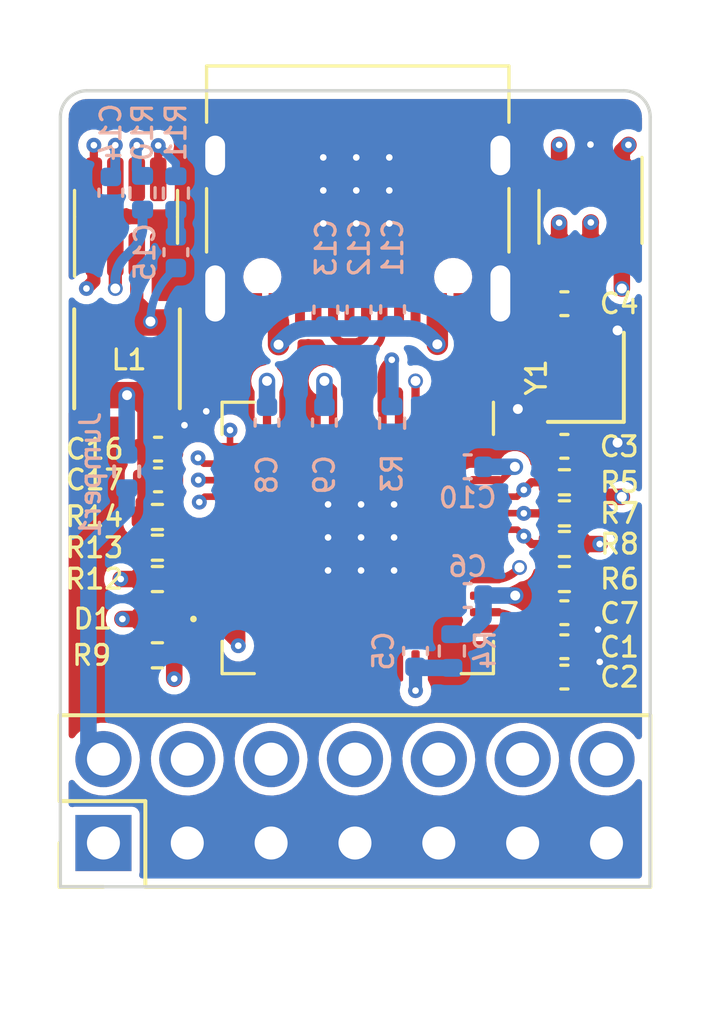
<source format=kicad_pcb>
(kicad_pcb (version 20211014) (generator pcbnew)
  (layers (0 "F.Cu" signal) (1 "In1.Cu" signal) (2 "In2.Cu" signal) (31 "B.Cu" signal) (34 "B.Paste" user) (35 "F.Paste" user) (36 "B.SilkS" user "B.Silkscreen") (37 "F.SilkS" user "F.Silkscreen") (38 "B.Mask" user) (39 "F.Mask" user) (44 "Edge.Cuts" user))
  (net 0 "")
  (net 1 "VSS")
  (net 3 "RESET")
  (net 4 "+3V3")
  (net 6 "VBUS")
  (net 7 "Net-(C14-Pad1)")
  (net 8 "Net-(C15-Pad1)")
  (net 9 "Net-(C15-Pad2)")
  (net 10 "3.3V")
  (net 11 "Net-(D1-Pad2)")
  (net 13 "DP")
  (net 14 "DM")
  (net 16 "TDI")
  (net 17 "TDO")
  (net 18 "TCK")
  (net 19 "TMS")
  (net 20 "EEP_CS")
  (net 21 "Net-(R6-Pad2)")
  (net 22 "EEP_CLK")
  (net 23 "EEP_D")
  (net 24 "Net-(R10-Pad1)")
  (net 25 "Net-(R11-Pad2)")
  (net 26 "Net-(R12-Pad1)")
  (net 27 "Net-(R12-Pad2)")
  (net 42 "Net-(C1-Pad1)")
  (net 43 "Net-(C2-Pad1)")
  (net 44 "Net-(C3-Pad2)")
  (net 45 "Net-(C4-Pad2)")
  (net 46 "Net-(R3-Pad1)")
  (net 50 "Net-(J2-Pad2)")
  (footprint "Capacitor_SMD:C_0402_1005Metric" (layer "F.Cu") (at 148.23 82.85)
    (fp_text reference "C1" (at 1.67 0.01) (layer "F.SilkS") (effects (font (size 0.6 0.6) (thickness 0.1))))
    (fp_text value "0.1uF")
    (pad "1" smd roundrect locked (at -0.48 0) (size 0.56 0.62) (layers "F.Cu" "F.Paste" "F.Mask") (net 42 "Net-(C1-Pad1)"))
    (pad "2" smd roundrect locked (at 0.48 0) (size 0.56 0.62) (layers "F.Cu" "F.Paste" "F.Mask") (net 1 "VSS"))
  )
  (footprint "Resistor_SMD:R_0402_1005Metric" (layer "F.Cu") (at 148.23 77.87 180)
    (fp_text reference "R5" (at -1.67 0) (layer "F.SilkS") (effects (font (size 0.6 0.6) (thickness 0.1))))
    (fp_text value "10K")
    (pad "1" smd roundrect locked (at -0.51 0 180) (size 0.54 0.64) (layers "F.Cu" "F.Paste" "F.Mask") (net 4 "+3V3"))
    (pad "2" smd roundrect locked (at 0.51 0 180) (size 0.54 0.64) (layers "F.Cu" "F.Paste" "F.Mask") (net 20 "EEP_CS"))
  )
  (footprint "Connector_USB:USB_C_Receptacle_XKB_U262-16XN-4BVC11" (layer "F.Cu") (at 141.97 69.045001 180)
    (fp_text reference "J1" hide)
    (fp_text value "USB-C16PSMT01")
    (pad "" np_thru_hole circle locked (at -2.89 -2.605 180) (size 0.65 0.65) (drill 0.65) (layers *.Cu *.Mask))
    (pad "" np_thru_hole circle locked (at 2.89 -2.605 180) (size 0.65 0.65) (drill 0.65) (layers *.Cu *.Mask))
    (pad "A1" smd rect locked (at -3.35 -3.67 180) (size 0.3 1.15) (layers "F.Cu" "F.Paste" "F.Mask") (net 1 "VSS"))
    (pad "A4" smd rect locked (at -2.55 -3.67 180) (size 0.3 1.15) (layers "F.Cu" "F.Paste" "F.Mask") (net 6 "VBUS"))
    (pad "A5" smd rect locked (at -1.25 -3.67 180) (size 0.3 1.15) (layers "F.Cu" "F.Paste" "F.Mask"))
    (pad "A6" smd rect locked (at -0.25 -3.67 180) (size 0.3 1.15) (layers "F.Cu" "F.Paste" "F.Mask") (net 13 "DP"))
    (pad "A7" smd rect locked (at 0.25 -3.67 180) (size 0.3 1.15) (layers "F.Cu" "F.Paste" "F.Mask") (net 14 "DM"))
    (pad "A8" smd rect locked (at 1.25 -3.67 180) (size 0.3 1.15) (layers "F.Cu" "F.Paste" "F.Mask"))
    (pad "A9" smd rect locked (at 2.55 -3.67 180) (size 0.3 1.15) (layers "F.Cu" "F.Paste" "F.Mask") (net 6 "VBUS"))
    (pad "A12" smd rect locked (at 3.35 -3.67 180) (size 0.3 1.15) (layers "F.Cu" "F.Paste" "F.Mask") (net 1 "VSS"))
    (pad "B1" smd rect locked (at 3.05 -3.67 180) (size 0.3 1.15) (layers "F.Cu" "F.Paste" "F.Mask") (net 1 "VSS"))
    (pad "B4" smd rect locked (at 2.25 -3.67 180) (size 0.3 1.15) (layers "F.Cu" "F.Paste" "F.Mask") (net 6 "VBUS"))
    (pad "B5" smd rect locked (at 1.75 -3.67 180) (size 0.3 1.15) (layers "F.Cu" "F.Paste" "F.Mask"))
    (pad "B6" smd rect locked (at 0.75 -3.67 180) (size 0.3 1.15) (layers "F.Cu" "F.Paste" "F.Mask") (net 13 "DP"))
    (pad "B7" smd rect locked (at -0.75 -3.67 180) (size 0.3 1.15) (layers "F.Cu" "F.Paste" "F.Mask") (net 14 "DM"))
    (pad "B8" smd rect locked (at -1.75 -3.67 180) (size 0.3 1.15) (layers "F.Cu" "F.Paste" "F.Mask"))
    (pad "B9" smd rect locked (at -2.25 -3.67 180) (size 0.3 1.15) (layers "F.Cu" "F.Paste" "F.Mask") (net 6 "VBUS"))
    (pad "B12" smd rect locked (at -3.05 -3.67 180) (size 0.3 1.15) (layers "F.Cu" "F.Paste" "F.Mask") (net 1 "VSS"))
    (pad "S1" thru_hole oval locked (at 4.32 -3.105 180) (size 1 2.1) (drill oval 0.6 1.7) (layers *.Cu *.Mask) (net 1 "VSS"))
    (pad "S1" thru_hole oval locked (at 4.32 1.075 180) (size 1 1.6) (drill oval 0.6 1.2) (layers *.Cu *.Mask) (net 1 "VSS"))
    (pad "S1" thru_hole oval locked (at -4.32 1.075 180) (size 1 1.6) (drill oval 0.6 1.2) (layers *.Cu *.Mask) (net 1 "VSS"))
    (pad "S1" thru_hole oval locked (at -4.32 -3.105 180) (size 1 2.1) (drill oval 0.6 1.7) (layers *.Cu *.Mask) (net 1 "VSS"))
  )
  (footprint "Capacitor_SMD:C_0402_1005Metric" (layer "F.Cu") (at 148.23 76.78)
    (fp_text reference "C3" (at 1.66 0.01) (layer "F.SilkS") (effects (font (size 0.6 0.6) (thickness 0.1))))
    (fp_text value "27pF")
    (pad "1" smd roundrect locked (at -0.48 0) (size 0.56 0.62) (layers "F.Cu" "F.Paste" "F.Mask") (net 1 "VSS"))
    (pad "2" smd roundrect locked (at 0.48 0) (size 0.56 0.62) (layers "F.Cu" "F.Paste" "F.Mask") (net 44 "Net-(C3-Pad2)"))
  )
  (footprint "Inductor_SMD:L_Taiyo-Yuden_NR-30xx" (layer "F.Cu") (at 134.98 74.13 -90)
    (fp_text reference "L1" (at 0.03 -0.06) (layer "F.SilkS") (effects (font (size 0.6 0.6) (thickness 0.1))))
    (fp_text value "4.7uF")
    (pad "1" smd rect locked (at -1.1 0 270) (size 0.8 2.7) (layers "F.Cu" "F.Paste" "F.Mask") (net 9 "Net-(C15-Pad2)"))
    (pad "2" smd rect locked (at 1.1 0 270) (size 0.8 2.7) (layers "F.Cu" "F.Paste" "F.Mask") (net 10 "3.3V"))
  )
  (footprint "Capacitor_SMD:C_0402_1005Metric" (layer "F.Cu") (at 135.92 76.866569)
    (fp_text reference "C16" (at -1.92 0) (layer "F.SilkS") (effects (font (size 0.6 0.6) (thickness 0.1))))
    (fp_text value "10uF")
    (pad "1" smd roundrect locked (at -0.48 0) (size 0.56 0.62) (layers "F.Cu" "F.Paste" "F.Mask") (net 10 "3.3V"))
    (pad "2" smd roundrect locked (at 0.48 0) (size 0.56 0.62) (layers "F.Cu" "F.Paste" "F.Mask") (net 1 "VSS"))
  )
  (footprint "Resistor_SMD:R_0402_1005Metric" (layer "F.Cu") (at 135.9 80.8 180)
    (fp_text reference "R12" (at 1.91 0) (layer "F.SilkS") (effects (font (size 0.6 0.6) (thickness 0.1))))
    (fp_text value "51K")
    (pad "1" smd roundrect locked (at -0.51 0 180) (size 0.54 0.64) (layers "F.Cu" "F.Paste" "F.Mask") (net 26 "Net-(R12-Pad1)"))
    (pad "2" smd roundrect locked (at 0.51 0 180) (size 0.54 0.64) (layers "F.Cu" "F.Paste" "F.Mask") (net 27 "Net-(R12-Pad2)"))
  )
  (footprint "Crystal:Crystal_SMD_2016-4Pin_2.0x1.6mm" (layer "F.Cu") (at 148.88 74.69 90)
    (fp_text reference "Y1" (at 0 -1.5 90) (layer "F.SilkS") (effects (font (size 0.6 0.6) (thickness 0.1))))
    (fp_text value "12M")
    (pad "1" smd rect locked (at -0.7 0.55 90) (size 0.9 0.8) (layers "F.Cu" "F.Paste" "F.Mask") (net 44 "Net-(C3-Pad2)"))
    (pad "2" smd rect locked (at 0.7 0.55 90) (size 0.9 0.8) (layers "F.Cu" "F.Paste" "F.Mask") (net 1 "VSS"))
    (pad "3" smd rect locked (at 0.7 -0.55 90) (size 0.9 0.8) (layers "F.Cu" "F.Paste" "F.Mask") (net 45 "Net-(C4-Pad2)"))
    (pad "4" smd rect locked (at -0.7 -0.55 90) (size 0.9 0.8) (layers "F.Cu" "F.Paste" "F.Mask") (net 1 "VSS"))
  )
  (footprint "Capacitor_SMD:C_0402_1005Metric" (layer "F.Cu") (at 148.23 83.77)
    (fp_text reference "C2" (at 1.67 0) (layer "F.SilkS") (effects (font (size 0.6 0.6) (thickness 0.1))))
    (fp_text value "0.1uF")
    (pad "1" smd roundrect locked (at -0.48 0) (size 0.56 0.62) (layers "F.Cu" "F.Paste" "F.Mask") (net 43 "Net-(C2-Pad1)"))
    (pad "2" smd roundrect locked (at 0.48 0) (size 0.56 0.62) (layers "F.Cu" "F.Paste" "F.Mask") (net 1 "VSS"))
  )
  (footprint "Connector_PinHeader_2.54mm:PinHeader_2x07_P2.54mm_Vertical" (layer "F.Cu") (at 134.265 88.795 90)
    (fp_text reference "J2" hide)
    (fp_text value "Conn_01x06_Male")
    (pad "1" thru_hole rect locked (at 0 0 90) (size 1.7 1.7) (drill 1) (layers *.Cu *.Mask))
    (pad "2" thru_hole oval locked (at 2.54 0 90) (size 1.7 1.7) (drill 1) (layers *.Cu *.Mask) (net 50 "Net-(J2-Pad2)"))
    (pad "3" thru_hole oval locked (at 0 2.54 90) (size 1.7 1.7) (drill 1) (layers *.Cu *.Mask) (net 1 "VSS"))
    (pad "4" thru_hole oval locked (at 2.54 2.54 90) (size 1.7 1.7) (drill 1) (layers *.Cu *.Mask) (net 19 "TMS"))
    (pad "5" thru_hole oval locked (at 0 5.08 90) (size 1.7 1.7) (drill 1) (layers *.Cu *.Mask) (net 1 "VSS"))
    (pad "6" thru_hole oval locked (at 2.54 5.08 90) (size 1.7 1.7) (drill 1) (layers *.Cu *.Mask) (net 18 "TCK"))
    (pad "7" thru_hole oval locked (at 0 7.62 90) (size 1.7 1.7) (drill 1) (layers *.Cu *.Mask) (net 1 "VSS"))
    (pad "8" thru_hole oval locked (at 2.54 7.62 90) (size 1.7 1.7) (drill 1) (layers *.Cu *.Mask) (net 17 "TDO"))
    (pad "9" thru_hole oval locked (at 0 10.16 90) (size 1.7 1.7) (drill 1) (layers *.Cu *.Mask) (net 1 "VSS"))
    (pad "10" thru_hole oval locked (at 2.54 10.16 90) (size 1.7 1.7) (drill 1) (layers *.Cu *.Mask) (net 16 "TDI"))
    (pad "11" thru_hole oval locked (at 0 12.7 90) (size 1.7 1.7) (drill 1) (layers *.Cu *.Mask) (net 1 "VSS"))
    (pad "12" thru_hole oval locked (at 2.54 12.7 90) (size 1.7 1.7) (drill 1) (layers *.Cu *.Mask))
    (pad "13" thru_hole oval locked (at 0 15.24 90) (size 1.7 1.7) (drill 1) (layers *.Cu *.Mask) (net 1 "VSS"))
    (pad "14" thru_hole oval locked (at 2.54 15.24 90) (size 1.7 1.7) (drill 1) (layers *.Cu *.Mask))
  )
  (footprint "LED_SMD:LED_0402_1005Metric" (layer "F.Cu") (at 135.9025 82.01 180)
    (fp_text reference "D1" (at 1.96 0) (layer "F.SilkS") (effects (font (size 0.6 0.6) (thickness 0.1))))
    (fp_text value "LED")
    (pad "1" smd roundrect locked (at -0.485 0 180) (size 0.59 0.64) (layers "F.Cu" "F.Paste" "F.Mask") (net 1 "VSS"))
    (pad "2" smd roundrect locked (at 0.485 0 180) (size 0.59 0.64) (layers "F.Cu" "F.Paste" "F.Mask") (net 11 "Net-(D1-Pad2)"))
  )
  (footprint "Resistor_SMD:R_0402_1005Metric" (layer "F.Cu") (at 148.23 79.74 180)
    (fp_text reference "R8" (at -1.67 0) (layer "F.SilkS") (effects (font (size 0.6 0.6) (thickness 0.1))))
    (fp_text value "2K")
    (pad "1" smd roundrect locked (at -0.51 0 180) (size 0.54 0.64) (layers "F.Cu" "F.Paste" "F.Mask") (net 21 "Net-(R6-Pad2)"))
    (pad "2" smd roundrect locked (at 0.51 0 180) (size 0.54 0.64) (layers "F.Cu" "F.Paste" "F.Mask") (net 23 "EEP_D"))
  )
  (footprint "Resistor_SMD:R_0402_1005Metric" (layer "F.Cu") (at 135.9 78.92)
    (fp_text reference "R14" (at -1.91 -0.01) (layer "F.SilkS") (effects (font (size 0.6 0.6) (thickness 0.1))))
    (fp_text value "41.2K")
    (pad "1" smd roundrect locked (at -0.51 0) (size 0.54 0.64) (layers "F.Cu" "F.Paste" "F.Mask") (net 10 "3.3V"))
    (pad "2" smd roundrect locked (at 0.51 0) (size 0.54 0.64) (layers "F.Cu" "F.Paste" "F.Mask") (net 26 "Net-(R12-Pad1)"))
  )
  (footprint "Capacitor_SMD:C_0402_1005Metric" (layer "F.Cu") (at 148.23 72.46 180)
    (fp_text reference "C4" (at -1.66 0) (layer "F.SilkS") (effects (font (size 0.6 0.6) (thickness 0.1))))
    (fp_text value "27pF")
    (pad "1" smd roundrect locked (at -0.48 0 180) (size 0.56 0.62) (layers "F.Cu" "F.Paste" "F.Mask") (net 1 "VSS"))
    (pad "2" smd roundrect locked (at 0.48 0 180) (size 0.56 0.62) (layers "F.Cu" "F.Paste" "F.Mask") (net 45 "Net-(C4-Pad2)"))
  )
  (footprint "Package_TO_SOT_SMD:SOT-23-6" (layer "F.Cu") (at 149.02 69.83 -90)
    (fp_text reference "U2" hide)
    (fp_text value "93LC56BxxOT")
    (pad "1" smd roundrect locked (at -1.1375 -0.95 270) (size 1.325 0.6) (layers "F.Cu" "F.Paste" "F.Mask") (net 21 "Net-(R6-Pad2)"))
    (pad "2" smd roundrect locked (at -1.1375 0 270) (size 1.325 0.6) (layers "F.Cu" "F.Paste" "F.Mask") (net 1 "VSS"))
    (pad "3" smd roundrect locked (at -1.1375 0.95 270) (size 1.325 0.6) (layers "F.Cu" "F.Paste" "F.Mask") (net 23 "EEP_D"))
    (pad "4" smd roundrect locked (at 1.1375 0.95 270) (size 1.325 0.6) (layers "F.Cu" "F.Paste" "F.Mask") (net 22 "EEP_CLK"))
    (pad "5" smd roundrect locked (at 1.1375 0 270) (size 1.325 0.6) (layers "F.Cu" "F.Paste" "F.Mask") (net 20 "EEP_CS"))
    (pad "6" smd roundrect locked (at 1.1375 -0.95 270) (size 1.325 0.6) (layers "F.Cu" "F.Paste" "F.Mask") (net 4 "+3V3"))
  )
  (footprint "Capacitor_SMD:C_0402_1005Metric" (layer "F.Cu") (at 148.23 81.82)
    (fp_text reference "C7" (at 1.67 0.02) (layer "F.SilkS") (effects (font (size 0.6 0.6) (thickness 0.1))))
    (fp_text value "0.1uF")
    (pad "1" smd roundrect locked (at -0.48 0) (size 0.56 0.62) (layers "F.Cu" "F.Paste" "F.Mask") (net 4 "+3V3"))
    (pad "2" smd roundrect locked (at 0.48 0) (size 0.56 0.62) (layers "F.Cu" "F.Paste" "F.Mask") (net 1 "VSS"))
  )
  (footprint "Resistor_SMD:R_0402_1005Metric" (layer "F.Cu") (at 135.9 79.85)
    (fp_text reference "R13" (at -1.91 0) (layer "F.SilkS") (effects (font (size 0.6 0.6) (thickness 0.1))))
    (fp_text value "13K")
    (pad "1" smd roundrect locked (at -0.51 0) (size 0.54 0.64) (layers "F.Cu" "F.Paste" "F.Mask") (net 1 "VSS"))
    (pad "2" smd roundrect locked (at 0.51 0) (size 0.54 0.64) (layers "F.Cu" "F.Paste" "F.Mask") (net 26 "Net-(R12-Pad1)"))
  )
  (footprint "Package_TO_SOT_SMD:TSOT-23-8" (layer "F.Cu") (at 134.95 69.83 90)
    (fp_text reference "U3" hide)
    (fp_text value "mp9442")
    (pad "1" smd roundrect locked (at -1.1375 -0.975 90) (size 1.325 0.5) (layers "F.Cu" "F.Paste" "F.Mask") (net 11 "Net-(D1-Pad2)"))
    (pad "2" smd roundrect locked (at -1.1375 -0.325 90) (size 1.325 0.5) (layers "F.Cu" "F.Paste" "F.Mask") (net 6 "VBUS"))
    (pad "3" smd roundrect locked (at -1.1375 0.325 90) (size 1.325 0.5) (layers "F.Cu" "F.Paste" "F.Mask") (net 9 "Net-(C15-Pad2)"))
    (pad "4" smd roundrect locked (at -1.1375 0.975 90) (size 1.325 0.5) (layers "F.Cu" "F.Paste" "F.Mask") (net 1 "VSS"))
    (pad "5" smd roundrect locked (at 1.1375 0.975 90) (size 1.325 0.5) (layers "F.Cu" "F.Paste" "F.Mask") (net 25 "Net-(R11-Pad2)"))
    (pad "6" smd roundrect locked (at 1.1375 0.325 90) (size 1.325 0.5) (layers "F.Cu" "F.Paste" "F.Mask") (net 24 "Net-(R10-Pad1)"))
    (pad "7" smd roundrect locked (at 1.1375 -0.325 90) (size 1.325 0.5) (layers "F.Cu" "F.Paste" "F.Mask") (net 7 "Net-(C14-Pad1)"))
    (pad "8" smd roundrect locked (at 1.1375 -0.975 90) (size 1.325 0.5) (layers "F.Cu" "F.Paste" "F.Mask") (net 27 "Net-(R12-Pad2)"))
  )
  (footprint "Resistor_SMD:R_0402_1005Metric" (layer "F.Cu") (at 148.23 78.81 180)
    (fp_text reference "R7" (at -1.67 0) (layer "F.SilkS") (effects (font (size 0.6 0.6) (thickness 0.1))))
    (fp_text value "10K")
    (pad "1" smd roundrect locked (at -0.51 0 180) (size 0.54 0.64) (layers "F.Cu" "F.Paste" "F.Mask") (net 4 "+3V3"))
    (pad "2" smd roundrect locked (at 0.51 0 180) (size 0.54 0.64) (layers "F.Cu" "F.Paste" "F.Mask") (net 22 "EEP_CLK"))
  )
  (footprint "Package_DFN_QFN:QFN-48-1EP_8x8mm_P0.5mm_EP6.2x6.2mm" (layer "F.Cu") (at 141.97 79.555 -90)
    (fp_text reference "U1" hide)
    (fp_text value "FT232H")
    (pad "1" smd roundrect locked (at -3.875 -2.75 270) (size 0.95 0.25) (layers "F.Cu" "F.Paste" "F.Mask") (net 44 "Net-(C3-Pad2)"))
    (pad "2" smd roundrect locked (at -3.875 -2.25 270) (size 0.95 0.25) (layers "F.Cu" "F.Paste" "F.Mask") (net 45 "Net-(C4-Pad2)"))
    (pad "3" smd roundrect locked (at -3.875 -1.75 270) (size 0.95 0.25) (layers "F.Cu" "F.Paste" "F.Mask") (net 4 "+3V3"))
    (pad "4" smd roundrect locked (at -3.875 -1.25 270) (size 0.95 0.25) (layers "F.Cu" "F.Paste" "F.Mask") (net 1 "VSS"))
    (pad "5" smd roundrect locked (at -3.875 -0.75 270) (size 0.95 0.25) (layers "F.Cu" "F.Paste" "F.Mask") (net 46 "Net-(R3-Pad1)"))
    (pad "6" smd roundrect locked (at -3.875 -0.25 270) (size 0.95 0.25) (layers "F.Cu" "F.Paste" "F.Mask") (net 14 "DM"))
    (pad "7" smd roundrect locked (at -3.875 0.25 270) (size 0.95 0.25) (layers "F.Cu" "F.Paste" "F.Mask") (net 13 "DP"))
    (pad "8" smd roundrect locked (at -3.875 0.75 270) (size 0.95 0.25) (layers "F.Cu" "F.Paste" "F.Mask") (net 4 "+3V3"))
    (pad "9" smd roundrect locked (at -3.875 1.25 270) (size 0.95 0.25) (layers "F.Cu" "F.Paste" "F.Mask") (net 1 "VSS"))
    (pad "10" smd roundrect locked (at -3.875 1.75 270) (size 0.95 0.25) (layers "F.Cu" "F.Paste" "F.Mask") (net 1 "VSS"))
    (pad "11" smd roundrect locked (at -3.875 2.25 270) (size 0.95 0.25) (layers "F.Cu" "F.Paste" "F.Mask") (net 1 "VSS"))
    (pad "12" smd roundrect locked (at -3.875 2.75 270) (size 0.95 0.25) (layers "F.Cu" "F.Paste" "F.Mask") (net 4 "+3V3"))
    (pad "13" smd roundrect locked (at -2.75 3.875 270) (size 0.25 0.95) (layers "F.Cu" "F.Paste" "F.Mask") (net 18 "TCK"))
    (pad "14" smd roundrect locked (at -2.25 3.875 270) (size 0.25 0.95) (layers "F.Cu" "F.Paste" "F.Mask") (net 16 "TDI"))
    (pad "15" smd roundrect locked (at -1.75 3.875 270) (size 0.25 0.95) (layers "F.Cu" "F.Paste" "F.Mask") (net 17 "TDO"))
    (pad "16" smd roundrect locked (at -1.25 3.875 270) (size 0.25 0.95) (layers "F.Cu" "F.Paste" "F.Mask") (net 19 "TMS"))
    (pad "17" smd roundrect locked (at -0.75 3.875 270) (size 0.25 0.95) (layers "F.Cu" "F.Paste" "F.Mask"))
    (pad "18" smd roundrect locked (at -0.25 3.875 270) (size 0.25 0.95) (layers "F.Cu" "F.Paste" "F.Mask"))
    (pad "19" smd roundrect locked (at 0.25 3.875 270) (size 0.25 0.95) (layers "F.Cu" "F.Paste" "F.Mask"))
    (pad "20" smd roundrect locked (at 0.75 3.875 270) (size 0.25 0.95) (layers "F.Cu" "F.Paste" "F.Mask"))
    (pad "21" smd roundrect locked (at 1.25 3.875 270) (size 0.25 0.95) (layers "F.Cu" "F.Paste" "F.Mask"))
    (pad "22" smd roundrect locked (at 1.75 3.875 270) (size 0.25 0.95) (layers "F.Cu" "F.Paste" "F.Mask") (net 1 "VSS"))
    (pad "23" smd roundrect locked (at 2.25 3.875 270) (size 0.25 0.95) (layers "F.Cu" "F.Paste" "F.Mask") (net 1 "VSS"))
    (pad "24" smd roundrect locked (at 2.75 3.875 270) (size 0.25 0.95) (layers "F.Cu" "F.Paste" "F.Mask") (net 4 "+3V3"))
    (pad "25" smd roundrect locked (at 3.875 2.75 270) (size 0.95 0.25) (layers "F.Cu" "F.Paste" "F.Mask"))
    (pad "26" smd roundrect locked (at 3.875 2.25 270) (size 0.95 0.25) (layers "F.Cu" "F.Paste" "F.Mask"))
    (pad "27" smd roundrect locked (at 3.875 1.75 270) (size 0.95 0.25) (layers "F.Cu" "F.Paste" "F.Mask"))
    (pad "28" smd roundrect locked (at 3.875 1.25 270) (size 0.95 0.25) (layers "F.Cu" "F.Paste" "F.Mask"))
    (pad "29" smd roundrect locked (at 3.875 0.75 270) (size 0.95 0.25) (layers "F.Cu" "F.Paste" "F.Mask"))
    (pad "30" smd roundrect locked (at 3.875 0.25 270) (size 0.95 0.25) (layers "F.Cu" "F.Paste" "F.Mask"))
    (pad "31" smd roundrect locked (at 3.875 -0.25 270) (size 0.95 0.25) (layers "F.Cu" "F.Paste" "F.Mask"))
    (pad "32" smd roundrect locked (at 3.875 -0.75 270) (size 0.95 0.25) (layers "F.Cu" "F.Paste" "F.Mask"))
    (pad "33" smd roundrect locked (at 3.875 -1.25 270) (size 0.95 0.25) (layers "F.Cu" "F.Paste" "F.Mask"))
    (pad "34" smd roundrect locked (at 3.875 -1.75 270) (size 0.95 0.25) (layers "F.Cu" "F.Paste" "F.Mask") (net 3 "RESET"))
    (pad "35" smd roundrect locked (at 3.875 -2.25 270) (size 0.95 0.25) (layers "F.Cu" "F.Paste" "F.Mask") (net 1 "VSS"))
    (pad "36" smd roundrect locked (at 3.875 -2.75 270) (size 0.95 0.25) (layers "F.Cu" "F.Paste" "F.Mask") (net 1 "VSS"))
    (pad "37" smd roundrect locked (at 2.75 -3.875 270) (size 0.25 0.95) (layers "F.Cu" "F.Paste" "F.Mask") (net 43 "Net-(C2-Pad1)"))
    (pad "38" smd roundrect locked (at 2.25 -3.875 270) (size 0.25 0.95) (layers "F.Cu" "F.Paste" "F.Mask") (net 42 "Net-(C1-Pad1)"))
    (pad "39" smd roundrect locked (at 1.75 -3.875 270) (size 0.25 0.95) (layers "F.Cu" "F.Paste" "F.Mask") (net 4 "+3V3"))
    (pad "40" smd roundrect locked (at 1.25 -3.875 270) (size 0.25 0.95) (layers "F.Cu" "F.Paste" "F.Mask") (net 6 "VBUS"))
    (pad "41" smd roundrect locked (at 0.75 -3.875 270) (size 0.25 0.95) (layers "F.Cu" "F.Paste" "F.Mask") (net 1 "VSS"))
    (pad "42" smd roundrect locked (at 0.25 -3.875 270) (size 0.25 0.95) (layers "F.Cu" "F.Paste" "F.Mask") (net 1 "VSS"))
    (pad "43" smd roundrect locked (at -0.25 -3.875 270) (size 0.25 0.95) (layers "F.Cu" "F.Paste" "F.Mask") (net 23 "EEP_D"))
    (pad "44" smd roundrect locked (at -0.75 -3.875 270) (size 0.25 0.95) (layers "F.Cu" "F.Paste" "F.Mask") (net 22 "EEP_CLK"))
    (pad "45" smd roundrect locked (at -1.25 -3.875 270) (size 0.25 0.95) (layers "F.Cu" "F.Paste" "F.Mask") (net 20 "EEP_CS"))
    (pad "46" smd roundrect locked (at -1.75 -3.875 270) (size 0.25 0.95) (layers "F.Cu" "F.Paste" "F.Mask") (net 4 "+3V3"))
    (pad "47" smd roundrect locked (at -2.25 -3.875 270) (size 0.25 0.95) (layers "F.Cu" "F.Paste" "F.Mask") (net 1 "VSS"))
    (pad "48" smd roundrect locked (at -2.75 -3.875 270) (size 0.25 0.95) (layers "F.Cu" "F.Paste" "F.Mask") (net 1 "VSS"))
    (pad "49" smd rect locked (at 0 0 270) (size 6.2 6.2) (layers "F.Cu" "F.Mask") (net 1 "VSS"))
  )
  (footprint "Resistor_SMD:R_0402_1005Metric" (layer "F.Cu") (at 148.23 80.8)
    (fp_text reference "R6" (at 1.67 0) (layer "F.SilkS") (effects (font (size 0.6 0.6) (thickness 0.1))))
    (fp_text value "10K")
    (pad "1" smd roundrect locked (at -0.51 0) (size 0.54 0.64) (layers "F.Cu" "F.Paste" "F.Mask") (net 4 "+3V3"))
    (pad "2" smd roundrect locked (at 0.51 0) (size 0.54 0.64) (layers "F.Cu" "F.Paste" "F.Mask") (net 21 "Net-(R6-Pad2)"))
  )
  (footprint "Resistor_SMD:R_0402_1005Metric" (layer "F.Cu") (at 135.9 83.11)
    (fp_text reference "R9" (at -1.99 0) (layer "F.SilkS") (effects (font (size 0.6 0.6) (thickness 0.1))))
    (fp_text value "3K")
    (pad "1" smd roundrect locked (at -0.51 0) (size 0.54 0.64) (layers "F.Cu" "F.Paste" "F.Mask") (net 11 "Net-(D1-Pad2)"))
    (pad "2" smd roundrect locked (at 0.51 0) (size 0.54 0.64) (layers "F.Cu" "F.Paste" "F.Mask") (net 6 "VBUS"))
  )
  (footprint "Capacitor_SMD:C_0402_1005Metric" (layer "F.Cu") (at 135.92 77.796568)
    (fp_text reference "C17" (at -1.92 0) (layer "F.SilkS") (effects (font (size 0.6 0.6) (thickness 0.1))))
    (fp_text value "10uF")
    (pad "1" smd roundrect locked (at -0.48 0) (size 0.56 0.62) (layers "F.Cu" "F.Paste" "F.Mask") (net 10 "3.3V"))
    (pad "2" smd roundrect locked (at 0.48 0) (size 0.56 0.62) (layers "F.Cu" "F.Paste" "F.Mask") (net 1 "VSS"))
  )
  (footprint "Capacitor_SMD:C_0402_1005Metric" (layer "B.Cu") (at 134.49 69.1 -90)
    (fp_text reference "C14" (at -1.83 0 90) (layer "B.SilkS") (effects (font (size 0.6 0.6) (thickness 0.1)) (justify mirror)))
    (fp_text value "0.1uF")
    (pad "1" smd roundrect locked (at -0.48 0 270) (size 0.56 0.62) (layers "B.Cu" "B.Paste" "B.Mask") (net 7 "Net-(C14-Pad1)"))
    (pad "2" smd roundrect locked (at 0.48 0 270) (size 0.56 0.62) (layers "B.Cu" "B.Paste" "B.Mask") (net 1 "VSS"))
  )
  (footprint "Capacitor_SMD:C_0402_1005Metric" (layer "B.Cu") (at 143.72 82.98 90)
    (fp_text reference "C5" (at 0 -0.97 90) (layer "B.SilkS") (effects (font (size 0.6 0.6) (thickness 0.1)) (justify mirror)))
    (fp_text value "0.1uF")
    (pad "1" smd roundrect locked (at -0.48 0 90) (size 0.56 0.62) (layers "B.Cu" "B.Paste" "B.Mask") (net 3 "RESET"))
    (pad "2" smd roundrect locked (at 0.48 0 90) (size 0.56 0.62) (layers "B.Cu" "B.Paste" "B.Mask") (net 1 "VSS"))
  )
  (footprint "Capacitor_SMD:C_0402_1005Metric" (layer "B.Cu") (at 140.96 76.06 -90)
    (fp_text reference "C9" (at 1.58 0 90) (layer "B.SilkS") (effects (font (size 0.6 0.6) (thickness 0.1)) (justify mirror)))
    (fp_text value "0.1uF")
    (pad "1" smd roundrect locked (at -0.48 0 270) (size 0.56 0.62) (layers "B.Cu" "B.Paste" "B.Mask") (net 4 "+3V3"))
    (pad "2" smd roundrect locked (at 0.48 0 270) (size 0.56 0.62) (layers "B.Cu" "B.Paste" "B.Mask") (net 1 "VSS"))
  )
  (footprint "Resistor_SMD:R_0402_1005Metric" (layer "B.Cu") (at 144.82 82.98 90)
    (fp_text reference "R4" (at 0.04 1.01 90) (layer "B.SilkS") (effects (font (size 0.6 0.6) (thickness 0.1)) (justify mirror)))
    (fp_text value "10K")
    (pad "1" smd roundrect locked (at -0.51 0 90) (size 0.54 0.64) (layers "B.Cu" "B.Paste" "B.Mask") (net 3 "RESET"))
    (pad "2" smd roundrect locked (at 0.51 0 90) (size 0.54 0.64) (layers "B.Cu" "B.Paste" "B.Mask") (net 4 "+3V3"))
  )
  (footprint "Capacitor_SMD:C_0402_1005Metric" (layer "B.Cu") (at 141.004681 72.641884 90)
    (fp_text reference "C13" (at 1.871885 0.005319 90) (layer "B.SilkS") (effects (font (size 0.6 0.6) (thickness 0.1)) (justify mirror)))
    (fp_text value "10uF")
    (pad "1" smd roundrect locked (at -0.48 0 90) (size 0.56 0.62) (layers "B.Cu" "B.Paste" "B.Mask") (net 6 "VBUS"))
    (pad "2" smd roundrect locked (at 0.48 0 90) (size 0.56 0.62) (layers "B.Cu" "B.Paste" "B.Mask") (net 1 "VSS"))
  )
  (footprint "Capacitor_SMD:C_0402_1005Metric" (layer "B.Cu") (at 143.024681 72.631885 90)
    (fp_text reference "C11" (at 1.871885 0.005319 90) (layer "B.SilkS") (effects (font (size 0.6 0.6) (thickness 0.1)) (justify mirror)))
    (fp_text value "10uF")
    (pad "1" smd roundrect locked (at -0.48 0 90) (size 0.56 0.62) (layers "B.Cu" "B.Paste" "B.Mask") (net 6 "VBUS"))
    (pad "2" smd roundrect locked (at 0.48 0 90) (size 0.56 0.62) (layers "B.Cu" "B.Paste" "B.Mask") (net 1 "VSS"))
  )
  (footprint "Resistor_SMD:R_0402_1005Metric" (layer "B.Cu") (at 136.46 69.11 90)
    (fp_text reference "R11" (at 1.84 0 90) (layer "B.SilkS") (effects (font (size 0.6 0.6) (thickness 0.1)) (justify mirror)))
    (fp_text value "20R")
    (pad "1" smd roundrect locked (at -0.51 0 90) (size 0.54 0.64) (layers "B.Cu" "B.Paste" "B.Mask") (net 8 "Net-(C15-Pad1)"))
    (pad "2" smd roundrect locked (at 0.51 0 90) (size 0.54 0.64) (layers "B.Cu" "B.Paste" "B.Mask") (net 25 "Net-(R11-Pad2)"))
  )
  (footprint "Resistor_SMD:R_0402_1005Metric" (layer "B.Cu") (at 143.01 76.08 -90)
    (fp_text reference "R3" (at 1.519999 0 90) (layer "B.SilkS") (effects (font (size 0.6 0.6) (thickness 0.1)) (justify mirror)))
    (fp_text value "12K")
    (pad "1" smd roundrect locked (at -0.51 0 270) (size 0.54 0.64) (layers "B.Cu" "B.Paste" "B.Mask") (net 46 "Net-(R3-Pad1)"))
    (pad "2" smd roundrect locked (at 0.51 0 270) (size 0.54 0.64) (layers "B.Cu" "B.Paste" "B.Mask") (net 1 "VSS"))
  )
  (footprint "Capacitor_SMD:C_0402_1005Metric" (layer "B.Cu") (at 145.3 81.3 180)
    (fp_text reference "C6" (at 0 0.88) (layer "B.SilkS") (effects (font (size 0.6 0.6) (thickness 0.1)) (justify mirror)))
    (fp_text value "10uF")
    (pad "1" smd roundrect locked (at -0.48 0 180) (size 0.56 0.62) (layers "B.Cu" "B.Paste" "B.Mask") (net 4 "+3V3"))
    (pad "2" smd roundrect locked (at 0.48 0 180) (size 0.56 0.62) (layers "B.Cu" "B.Paste" "B.Mask") (net 1 "VSS"))
  )
  (footprint "Resistor_SMD:R_0402_1005Metric" (layer "B.Cu") (at 135.45 69.1 -90)
    (fp_text reference "R10" (at -1.83 0 90) (layer "B.SilkS") (effects (font (size 0.6 0.6) (thickness 0.1)) (justify mirror)))
    (fp_text value "1M")
    (pad "1" smd roundrect locked (at -0.51 0 270) (size 0.54 0.64) (layers "B.Cu" "B.Paste" "B.Mask") (net 24 "Net-(R10-Pad1)"))
    (pad "2" smd roundrect locked (at 0.51 0 270) (size 0.54 0.64) (layers "B.Cu" "B.Paste" "B.Mask") (net 6 "VBUS"))
  )
  (footprint "Resistor_SMD:R_0402_1005Metric" (layer "B.Cu") (at 134.97 77.54 90)
    (fp_text reference "Jumper1" (at -0.1 -1.1 90) (layer "B.SilkS") (effects (font (size 0.6 0.6) (thickness 0.1)) (justify mirror)))
    (fp_text value "Jumper")
    (pad "1" smd roundrect locked (at -0.51 0 90) (size 0.54 0.64) (layers "B.Cu" "B.Paste" "B.Mask") (net 50 "Net-(J2-Pad2)"))
    (pad "2" smd roundrect locked (at 0.51 0 90) (size 0.54 0.64) (layers "B.Cu" "B.Paste" "B.Mask") (net 10 "3.3V"))
  )
  (footprint "Capacitor_SMD:C_0402_1005Metric" (layer "B.Cu") (at 139.22 76.06 -90)
    (fp_text reference "C8" (at 1.58 0.000263 90) (layer "B.SilkS") (effects (font (size 0.6 0.6) (thickness 0.1)) (justify mirror)))
    (fp_text value "10uF")
    (pad "1" smd roundrect locked (at -0.48 0 270) (size 0.56 0.62) (layers "B.Cu" "B.Paste" "B.Mask") (net 4 "+3V3"))
    (pad "2" smd roundrect locked (at 0.48 0 270) (size 0.56 0.62) (layers "B.Cu" "B.Paste" "B.Mask") (net 1 "VSS"))
  )
  (footprint "Capacitor_SMD:C_0402_1005Metric" (layer "B.Cu") (at 142.009999 72.64 90)
    (fp_text reference "C12" (at 1.871885 0.005319 90) (layer "B.SilkS") (effects (font (size 0.6 0.6) (thickness 0.1)) (justify mirror)))
    (fp_text value "0.1uF")
    (pad "1" smd roundrect locked (at -0.48 0 90) (size 0.56 0.62) (layers "B.Cu" "B.Paste" "B.Mask") (net 6 "VBUS"))
    (pad "2" smd roundrect locked (at 0.48 0 90) (size 0.56 0.62) (layers "B.Cu" "B.Paste" "B.Mask") (net 1 "VSS"))
  )
  (footprint "Capacitor_SMD:C_0402_1005Metric" (layer "B.Cu") (at 136.46 70.9 -90)
    (fp_text reference "C15" (at 0 0.94 90) (layer "B.SilkS") (effects (font (size 0.6 0.6) (thickness 0.1)) (justify mirror)))
    (fp_text value "0.1uF")
    (pad "1" smd roundrect locked (at -0.48 0 270) (size 0.56 0.62) (layers "B.Cu" "B.Paste" "B.Mask") (net 8 "Net-(C15-Pad1)"))
    (pad "2" smd roundrect locked (at 0.48 0 270) (size 0.56 0.62) (layers "B.Cu" "B.Paste" "B.Mask") (net 9 "Net-(C15-Pad2)"))
  )
  (footprint "Capacitor_SMD:C_0402_1005Metric" (layer "B.Cu") (at 145.3 77.4 180)
    (fp_text reference "C10" (at 0 -0.94) (layer "B.SilkS") (effects (font (size 0.6 0.6) (thickness 0.1)) (justify mirror)))
    (fp_text value "0.1uF")
    (pad "1" smd roundrect locked (at -0.48 0 180) (size 0.56 0.62) (layers "B.Cu" "B.Paste" "B.Mask") (net 4 "+3V3"))
    (pad "2" smd roundrect locked (at 0.48 0 180) (size 0.56 0.62) (layers "B.Cu" "B.Paste" "B.Mask") (net 1 "VSS"))
  )
  (gr_arc (start 132.96 66.81) (mid 133.194315 66.244315) (end 133.76 66.01) (layer "Edge.Cuts") (width 0.1))
  (gr_line (start 150.83 66.81) (end 150.83 90.12) (layer "Edge.Cuts") (width 0.1))
  (gr_line (start 150.83 90.12) (end 132.96 90.12) (layer "Edge.Cuts") (width 0.1))
  (gr_arc (start 150.03 66.01) (mid 150.595685 66.244315) (end 150.83 66.81) (layer "Edge.Cuts") (width 0.1))
  (gr_line (start 132.96 90.12) (end 132.96 66.81) (layer "Edge.Cuts") (width 0.1))
  (gr_line (start 133.76 66.01) (end 150.03 66.01) (layer "Edge.Cuts") (width 0.1))
  (via (at 143.07 78.54) (size 0.45) (drill 0.2) (layers "F.Cu" "B.Cu") (net 1))
  (via (at 149.84 76.67) (size 0.45) (drill 0.3) (layers "F.Cu" "B.Cu") (net 1))
  (via (at 141.07 80.54) (size 0.45) (drill 0.2) (layers "F.Cu" "B.Cu") (net 1))
  (via (at 141.07 79.54) (size 0.45) (drill 0.2) (layers "F.Cu" "B.Cu") (net 1))
  (via (at 136.72 76.14) (size 0.45) (drill 0.2) (layers "F.Cu" "B.Cu") (net 1))
  (via (at 149.3 83.31) (size 0.45) (drill 0.2) (layers "F.Cu" "B.Cu") (net 1))
  (via (at 142.925 70.03) (size 0.45) (drill 0.2) (layers "F.Cu" "B.Cu") (net 1))
  (via (at 149.25 82.33) (size 0.45) (drill 0.2) (layers "F.Cu" "B.Cu") (net 1))
  (via (at 141.925 69.03) (size 0.45) (drill 0.2) (layers "F.Cu" "B.Cu") (net 1))
  (via (at 149.02 67.64) (size 0.45) (drill 0.2) (layers "F.Cu" "B.Cu") (net 1))
  (via (at 143.07 80.54) (size 0.45) (drill 0.2) (layers "F.Cu" "B.Cu") (net 1))
  (via (at 140.925 68.03) (size 0.45) (drill 0.2) (layers "F.Cu" "B.Cu") (net 1))
  (via (at 141.07 78.54) (size 0.45) (drill 0.2) (layers "F.Cu" "B.Cu") (net 1))
  (via (at 142.07 78.54) (size 0.45) (drill 0.2) (layers "F.Cu" "B.Cu") (net 1))
  (via (at 141.925 70.03) (size 0.45) (drill 0.2) (layers "F.Cu" "B.Cu") (net 1))
  (via (at 142.07 80.54) (size 0.45) (drill 0.2) (layers "F.Cu" "B.Cu") (net 1))
  (via (at 142.07 79.54) (size 0.45) (drill 0.2) (layers "F.Cu" "B.Cu") (net 1))
  (via (at 137.38 75.72) (size 0.45) (drill 0.2) (layers "F.Cu" "B.Cu") (net 1))
  (via (at 146.82 75.65) (size 0.45) (drill 0.3) (layers "F.Cu" "B.Cu") (net 1))
  (via (at 142.925 68.03) (size 0.45) (drill 0.2) (layers "F.Cu" "B.Cu") (net 1))
  (via (at 141.925 68.03) (size 0.45) (drill 0.2) (layers "F.Cu" "B.Cu") (net 1))
  (via (at 143.07 79.54) (size 0.45) (drill 0.2) (layers "F.Cu" "B.Cu") (net 1))
  (via (at 142.925 69.03) (size 0.45) (drill 0.2) (layers "F.Cu" "B.Cu") (net 1))
  (via (at 140.925 70.03) (size 0.45) (drill 0.2) (layers "F.Cu" "B.Cu") (net 1))
  (via (at 140.925 69.03) (size 0.45) (drill 0.2) (layers "F.Cu" "B.Cu") (net 1))
  (via (at 149.84 73.27) (size 0.45) (drill 0.3) (layers "F.Cu" "B.Cu") (net 1))
  (segment (start 143.72 83.43) (end 143.72 84.18) (width 0.25) (layer "F.Cu") (net 3))
  (via (at 143.72 84.18) (size 0.45) (drill 0.2) (layers "F.Cu" "B.Cu") (net 3))
  (segment (start 143.72 83.46) (end 143.72 84.18) (width 0.4) (layer "B.Cu") (net 3))
  (segment (start 143.75 83.49) (end 143.72 83.46) (width 0.5) (layer "B.Cu") (net 3))
  (segment (start 144.82 83.49) (end 143.75 83.49) (width 0.5) (layer "B.Cu") (net 3))
  (segment (start 138.3875 82.8875) (end 138.1325 82.6325) (width 0.25) (layer "F.Cu") (net 4))
  (segment (start 146.325 77.805) (end 146.73 77.4) (width 0.2) (layer "F.Cu") (net 4))
  (segment (start 145.845 77.805) (end 146.325 77.805) (width 0.2) (layer "F.Cu") (net 4))
  (segment (start 138.44 82.8) (end 138.44 82.54) (width 0.25) (layer "F.Cu") (net 4))
  (segment (start 143.72 74.8) (end 143.72 75.68) (width 0.25) (layer "F.Cu") (net 4))
  (segment (start 140.96 74.8) (end 141.22 75.06) (width 0.25) (layer "F.Cu") (net 4))
  (segment (start 141.22 75.06) (end 141.22 75.68) (width 0.25) (layer "F.Cu") (net 4))
  (segment (start 148.74 78.81) (end 148.74 77.87) (width 0.3) (layer "F.Cu") (net 4))
  (segment (start 149.18 78.31) (end 148.74 77.87) (width 0.5) (layer "F.Cu") (net 4))
  (segment (start 138.1175 82.6175) (end 137.8625 82.3625) (width 0.25) (layer "F.Cu") (net 4))
  (segment (start 139.22 75.68) (end 139.22 74.8) (width 0.25) (layer "F.Cu") (net 4))
  (segment (start 149.97 78.31) (end 149.24 78.31) (width 0.5) (layer "F.Cu") (net 4))
  (segment (start 138.44 82.62) (end 138.44 82.36) (width 0.25) (layer "F.Cu") (net 4))
  (segment (start 149.24 78.31) (end 148.74 78.81) (width 0.5) (layer "F.Cu") (net 4))
  (segment (start 138.3775 82.6175) (end 138.1225 82.3625) (width 0.25) (layer "F.Cu") (net 4))
  (segment (start 149.97 72) (end 149.97 70.9675) (width 0.5) (layer "F.Cu") (net 4))
  (via (at 146.73 77.4) (size 0.45) (drill 0.3) (layers "F.Cu" "B.Cu") (net 4))
  (via (at 143.72 74.8) (size 0.45) (drill 0.3) (layers "F.Cu" "B.Cu") (net 4))
  (via (at 146.74 81.3) (size 0.45) (drill 0.3) (layers "F.Cu" "B.Cu") (net 4))
  (via (at 149.97 72) (size 0.45) (drill 0.3) (layers "F.Cu" "B.Cu") (net 4))
  (via (at 140.96 74.8) (size 0.45) (drill 0.3) (layers "F.Cu" "B.Cu") (net 4))
  (via (at 139.22 74.8) (size 0.45) (drill 0.3) (layers "F.Cu" "B.Cu") (net 4))
  (via (at 138.35 82.82) (size 0.45) (drill 0.2) (layers "F.Cu" "B.Cu") (net 4))
  (via (at 149.97 78.31) (size 0.45) (drill 0.3) (layers "F.Cu" "B.Cu") (net 4))
  (segment (start 145.3 82.47) (end 145.78 81.99) (width 0.5) (layer "B.Cu") (net 4))
  (segment (start 140.96 75.58) (end 140.96 74.8) (width 0.5) (layer "B.Cu") (net 4))
  (segment (start 145.78 81.99) (end 145.78 81.3) (width 0.5) (layer "B.Cu") (net 4))
  (segment (start 144.82 82.47) (end 145.3 82.47) (width 0.5) (layer "B.Cu") (net 4))
  (segment (start 139.22 75.58) (end 139.22 74.8) (width 0.5) (layer "B.Cu") (net 4))
  (segment (start 145.81 77.4) (end 146.73 77.4) (width 0.5) (layer "B.Cu") (net 4))
  (segment (start 146.74 81.3) (end 145.79 81.3) (width 0.5) (layer "B.Cu") (net 4))
  (segment (start 146.807893 80.512107) (end 146.87 80.45) (width 0.25) (layer "F.Cu") (net 6))
  (segment (start 136.41 83.82) (end 136.41 83.11) (width 0.5) (layer "F.Cu") (net 6))
  (segment (start 134.625 70.9675) (end 134.625 72) (width 0.4) (layer "F.Cu") (net 6))
  (segment (start 139.57 73.7) (end 139.57 73.018916) (width 0.65) (layer "F.Cu") (net 6))
  (segment (start 145.845 80.805) (end 146.100786 80.805) (width 0.25) (layer "F.Cu") (net 6))
  (segment (start 144.38 73.69) (end 144.38 72.875001) (width 0.65) (layer "F.Cu") (net 6))
  (via (at 136.41 83.82) (size 0.45) (drill 0.2) (layers "F.Cu" "B.Cu") (net 6))
  (via (at 139.57 73.7) (size 0.45) (drill 0.3) (layers "F.Cu" "B.Cu") (net 6))
  (via (at 134.625 72) (size 0.45) (drill 0.3) (layers "F.Cu" "B.Cu") (net 6))
  (via (at 146.87 80.45) (size 0.45) (drill 0.3) (layers "F.Cu" "B.Cu") (net 6))
  (via (at 144.38 73.69) (size 0.45) (drill 0.3) (layers "F.Cu" "B.Cu") (net 6))
  (arc (start 146.807893 80.512107) (mid 146.48347 80.72888) (end 146.100786 80.805) (width 0.25) (layer "F.Cu") (net 6))
  (segment (start 140.474214 73.21) (end 143.485786 73.21) (width 0.5) (layer "B.Cu") (net 6))
  (segment (start 144.192893 73.502893) (end 144.38 73.69) (width 0.5) (layer "B.Cu") (net 6))
  (segment (start 135.157107 70.812893) (end 134.917893 71.052107) (width 0.3) (layer "B.Cu") (net 6))
  (segment (start 135.45 69.61) (end 135.45 70.105786) (width 0.3) (layer "B.Cu") (net 6))
  (segment (start 139.57 73.7) (end 139.767107 73.502893) (width 0.5) (layer "B.Cu") (net 6))
  (arc (start 144.192893 73.502893) (mid 143.86847 73.28612) (end 143.485786 73.21) (width 0.5) (layer "B.Cu") (net 6))
  (arc (start 134.917893 71.052107) (mid 134.70112 71.37653) (end 134.625 71.759214) (width 0.3) (layer "B.Cu") (net 6))
  (arc (start 135.45 70.105786) (mid 135.37388 70.488469) (end 135.157107 70.812893) (width 0.3) (layer "B.Cu") (net 6))
  (arc (start 139.767107 73.502893) (mid 140.09153 73.28612) (end 140.474214 73.21) (width 0.5) (layer "B.Cu") (net 6))
  (segment (start 134.625 67.66) (end 134.625 68.6925) (width 0.25) (layer "F.Cu") (net 7))
  (via (at 134.625 67.66) (size 0.45) (drill 0.2) (layers "F.Cu" "B.Cu") (net 7))
  (segment (start 134.625 67.66) (end 134.625 68.485) (width 0.3) (layer "B.Cu") (net 7))
  (segment (start 134.625 68.485) (end 134.49 68.62) (width 0.3) (layer "B.Cu") (net 7))
  (segment (start 136.46 69.62) (end 136.46 70.42) (width 0.5) (layer "B.Cu") (net 8))
  (segment (start 135.3425 72.5125) (end 135.6375 72.8075) (width 0.5) (layer "F.Cu") (net 9))
  (segment (start 135.2075 72.5125) (end 134.9125 72.8075) (width 0.5) (layer "F.Cu") (net 9))
  (segment (start 135.275 70.9675) (end 135.275 72.735) (width 0.4) (layer "F.Cu") (net 9))
  (via (at 135.69 73) (size 0.45) (drill 0.3) (layers "F.Cu" "B.Cu") (net 9))
  (segment (start 135.69 73) (end 135.69 72.978427) (width 0.25) (layer "B.Cu") (net 9))
  (segment (start 136.275787 71.564213) (end 136.46 71.38) (width 0.25) (layer "B.Cu") (net 9))
  (arc (start 136.275787 71.564213) (mid 135.842241 72.21306) (end 135.69 72.978427) (width 0.25) (layer "B.Cu") (net 9))
  (segment (start 135.44 77.796568) (end 135.44 78.4) (width 0.3) (layer "F.Cu") (net 10))
  (segment (start 135.44 75.69) (end 134.98 75.23) (width 0.3) (layer "F.Cu") (net 10))
  (segment (start 135.9 75.23) (end 135.44 75.690001) (width 0.3) (layer "F.Cu") (net 10))
  (segment (start 135.44 76.866569) (end 135.44 77.796568) (width 0.3) (layer "F.Cu") (net 10))
  (segment (start 135.44 78.4) (end 135.39 78.45) (width 0.3) (layer "F.Cu") (net 10))
  (segment (start 135.39 78.45) (end 135.39 78.92) (width 0.3) (layer "F.Cu") (net 10))
  (segment (start 134.98 75.23) (end 135.9 75.23) (width 0.3) (layer "F.Cu") (net 10))
  (segment (start 135.44 76.866569) (end 135.44 75.69) (width 0.3) (layer "F.Cu") (net 10))
  (via (at 134.98 75.23) (size 0.45) (drill 0.3) (layers "F.Cu" "B.Cu") (net 10))
  (segment (start 134.97 75.24) (end 134.98 75.23) (width 0.5) (layer "B.Cu") (net 10))
  (segment (start 134.97 77.015) (end 134.97 75.24) (width 0.5) (layer "B.Cu") (net 10))
  (segment (start 133.975 71.775) (end 133.75 72) (width 0.4) (layer "F.Cu") (net 11))
  (segment (start 135.4175 82.01) (end 135.4175 83.0825) (width 0.4) (layer "F.Cu") (net 11))
  (segment (start 133.975 70.9675) (end 133.975 71.775) (width 0.4) (layer "F.Cu") (net 11))
  (segment (start 135.4175 82.01) (end 134.84 82.01) (width 0.5) (layer "F.Cu") (net 11))
  (segment (start 135.4175 83.0825) (end 135.39 83.11) (width 0.4) (layer "F.Cu") (net 11))
  (via (at 133.75 72) (size 0.45) (drill 0.2) (layers "F.Cu" "B.Cu") (net 11))
  (via (at 134.84 82.01) (size 0.45) (drill 0.2) (layers "F.Cu" "B.Cu") (net 11))
  (segment (start 141.77 73.63) (end 141.875736 73.63) (width 0.25) (layer "F.Cu") (net 13))
  (segment (start 141.72 73.68) (end 141.77 73.63) (width 0.25) (layer "F.Cu") (net 13))
  (segment (start 142.22 73.285736) (end 142.22 72.715) (width 0.25) (layer "F.Cu") (net 13))
  (segment (start 141.219999 72.715) (end 141.219999 73.285735) (width 0.25) (layer "F.Cu") (net 13))
  (segment (start 142.087868 73.542132) (end 142.132132 73.497868) (width 0.25) (layer "F.Cu") (net 13))
  (segment (start 141.564264 73.63) (end 141.77 73.63) (width 0.25) (layer "F.Cu") (net 13))
  (segment (start 141.307867 73.497867) (end 141.352132 73.542132) (width 0.25) (layer "F.Cu") (net 13))
  (segment (start 141.72 75.68) (end 141.72 73.68) (width 0.25) (layer "F.Cu") (net 13))
  (arc (start 141.352132 73.542132) (mid 141.449459 73.607164) (end 141.564264 73.63) (width 0.25) (layer "F.Cu") (net 13))
  (arc (start 141.307867 73.497867) (mid 141.242835 73.40054) (end 141.219999 73.285735) (width 0.25) (layer "F.Cu") (net 13))
  (arc (start 142.132132 73.497868) (mid 142.197164 73.400541) (end 142.22 73.285736) (width 0.25) (layer "F.Cu") (net 13))
  (arc (start 142.087868 73.542132) (mid 141.990541 73.607164) (end 141.875736 73.63) (width 0.25) (layer "F.Cu") (net 13))
  (segment (start 142.632133 71.922133) (end 142.587868 71.877868) (width 0.25) (layer "F.Cu") (net 14))
  (segment (start 142.72 73.318128) (end 142.72 72.715001) (width 0.2) (layer "F.Cu") (net 14))
  (segment (start 142.375736 71.79) (end 142.084264 71.79) (width 0.25) (layer "F.Cu") (net 14))
  (segment (start 142.22 75.68) (end 142.22 74.315184) (width 0.2) (layer "F.Cu") (net 14))
  (segment (start 142.720001 72.715) (end 142.720001 72.134265) (width 0.25) (layer "F.Cu") (net 14))
  (segment (start 142.395736 73.89092) (end 142.544264 73.742392) (width 0.2) (layer "F.Cu") (net 14))
  (segment (start 141.872132 71.877868) (end 141.807868 71.942132) (width 0.25) (layer "F.Cu") (net 14))
  (segment (start 141.72 72.154264) (end 141.72 72.715) (width 0.25) (layer "F.Cu") (net 14))
  (arc (start 142.632133 71.922133) (mid 142.697165 72.01946) (end 142.720001 72.134265) (width 0.25) (layer "F.Cu") (net 14))
  (arc (start 142.72 73.318128) (mid 142.674328 73.547738) (end 142.544264 73.742392) (width 0.2) (layer "F.Cu") (net 14))
  (arc (start 142.22 74.315184) (mid 142.265672 74.085574) (end 142.395736 73.89092) (width 0.2) (layer "F.Cu") (net 14))
  (arc (start 142.587868 71.877868) (mid 142.490541 71.812836) (end 142.375736 71.79) (width 0.25) (layer "F.Cu") (net 14))
  (arc (start 141.807868 71.942132) (mid 141.742836 72.039459) (end 141.72 72.154264) (width 0.25) (layer "F.Cu") (net 14))
  (arc (start 142.084264 71.79) (mid 141.969459 71.812836) (end 141.872132 71.877868) (width 0.25) (layer "F.Cu") (net 14))
  (segment (start 138.095 77.305) (end 137.305 77.305) (width 0.2) (layer "F.Cu") (net 16))
  (segment (start 137.305 77.305) (end 137.13 77.13) (width 0.2) (layer "F.Cu") (net 16))
  (via (at 137.13 77.13) (size 0.45) (drill 0.2) (layers "F.Cu" "B.Cu") (net 16))
  (segment (start 137.145 77.805) (end 137.14 77.8) (width 0.2) (layer "F.Cu") (net 17))
  (segment (start 138.095 77.805) (end 137.145 77.805) (width 0.2) (layer "F.Cu") (net 17))
  (via (at 137.14 77.8) (size 0.45) (drill 0.2) (layers "F.Cu" "B.Cu") (net 17))
  (segment (start 138.1 76.8) (end 138.095 76.805) (width 0.2) (layer "F.Cu") (net 18))
  (segment (start 138.1 76.29) (end 138.1 76.8) (width 0.2) (layer "F.Cu") (net 18))
  (via (at 138.1 76.29) (size 0.45) (drill 0.2) (layers "F.Cu" "B.Cu") (net 18))
  (segment (start 137.3345 78.305) (end 137.1695 78.47) (width 0.2) (layer "F.Cu") (net 19))
  (segment (start 138.095 78.305) (end 137.3345 78.305) (width 0.2) (layer "F.Cu") (net 19))
  (via (at 137.1695 78.47) (size 0.45) (drill 0.2) (layers "F.Cu" "B.Cu") (net 19))
  (segment (start 149.02 70.9675) (end 149.02 70.01) (width 0.5) (layer "F.Cu") (net 20))
  (segment (start 146.795 78.305) (end 147 78.1) (width 0.2) (layer "F.Cu") (net 20))
  (segment (start 147.82 77.87) (end 147.23 77.87) (width 0.25) (layer "F.Cu") (net 20))
  (segment (start 147.23 77.87) (end 147 78.1) (width 0.25) (layer "F.Cu") (net 20))
  (segment (start 149.02 70.01) (end 149.03 70) (width 0.5) (layer "F.Cu") (net 20))
  (segment (start 145.845001 78.305) (end 146.795 78.305) (width 0.2) (layer "F.Cu") (net 20))
  (via (at 147 78.1) (size 0.45) (drill 0.2) (layers "F.Cu" "B.Cu") (net 20))
  (via (at 149.03 70) (size 0.45) (drill 0.2) (layers "F.Cu" "B.Cu") (net 20))
  (segment (start 149.97 67.85) (end 149.97 68.6925) (width 0.5) (layer "F.Cu") (net 21))
  (segment (start 148.74 80.8) (end 148.74 79.74) (width 0.4) (layer "F.Cu") (net 21))
  (segment (start 148.74 79.74) (end 149.3 79.74) (width 0.5) (layer "F.Cu") (net 21))
  (segment (start 150.17 67.65) (end 149.97 67.85) (width 0.5) (layer "F.Cu") (net 21))
  (via (at 149.3 79.74) (size 0.45) (drill 0.2) (layers "F.Cu" "B.Cu") (net 21))
  (via (at 150.17 67.65) (size 0.45) (drill 0.2) (layers "F.Cu" "B.Cu") (net 21))
  (segment (start 145.845 78.805) (end 146.995 78.805) (width 0.2) (layer "F.Cu") (net 22))
  (segment (start 148.07 70.9675) (end 148.07 70.01) (width 0.5) (layer "F.Cu") (net 22))
  (segment (start 147 78.81) (end 147.82 78.81) (width 0.25) (layer "F.Cu") (net 22))
  (via (at 148.07 70.01) (size 0.45) (drill 0.2) (layers "F.Cu" "B.Cu") (net 22))
  (via (at 147 78.81) (size 0.45) (drill 0.2) (layers "F.Cu" "B.Cu") (net 22))
  (segment (start 145.845 79.305) (end 146.805 79.305) (width 0.2) (layer "F.Cu") (net 23))
  (segment (start 147.82 79.74) (end 147.24 79.74) (width 0.25) (layer "F.Cu") (net 23))
  (segment (start 148.07 68.6925) (end 148.07 67.65) (width 0.5) (layer "F.Cu") (net 23))
  (segment (start 147.24 79.74) (end 147 79.5) (width 0.25) (layer "F.Cu") (net 23))
  (segment (start 146.805 79.305) (end 147 79.5) (width 0.2) (layer "F.Cu") (net 23))
  (via (at 147 79.5) (size 0.45) (drill 0.2) (layers "F.Cu" "B.Cu") (net 23))
  (via (at 148.07 67.65) (size 0.45) (drill 0.2) (layers "F.Cu" "B.Cu") (net 23))
  (segment (start 135.275 67.66) (end 135.275 68.6925) (width 0.25) (layer "F.Cu") (net 24))
  (via (at 135.275 67.66) (size 0.45) (drill 0.2) (layers "F.Cu" "B.Cu") (net 24))
  (segment (start 135.275 68.415) (end 135.45 68.59) (width 0.3) (layer "B.Cu") (net 24))
  (segment (start 135.275 67.66) (end 135.275 68.415) (width 0.3) (layer "B.Cu") (net 24))
  (segment (start 135.925 67.67) (end 135.925 68.6925) (width 0.25) (layer "F.Cu") (net 25))
  (via (at 135.925 67.67) (size 0.45) (drill 0.2) (layers "F.Cu" "B.Cu") (net 25))
  (segment (start 136.46 68.6) (end 136.46 68.205) (width 0.25) (layer "B.Cu") (net 25))
  (segment (start 136.46 68.205) (end 135.925 67.67) (width 0.25) (layer "B.Cu") (net 25))
  (segment (start 136.41 78.83) (end 136.41 80.87) (width 0.4) (layer "F.Cu") (net 26))
  (segment (start 135.39 80.8) (end 134.79 80.8) (width 0.5) (layer "F.Cu") (net 27))
  (segment (start 133.975 67.66) (end 133.975 68.6925) (width 0.25) (layer "F.Cu") (net 27))
  (via (at 134.79 80.8) (size 0.45) (drill 0.2) (layers "F.Cu" "B.Cu") (net 27))
  (via (at 133.975 67.66) (size 0.45) (drill 0.2) (layers "F.Cu" "B.Cu") (net 27))
  (segment (start 145.845 81.805) (end 146.170786 81.805) (width 0.2) (layer "F.Cu") (net 42))
  (segment (start 146.877893 82.097893) (end 147.63 82.85) (width 0.2) (layer "F.Cu") (net 42))
  (arc (start 146.170786 81.805) (mid 146.553469 81.88112) (end 146.877893 82.097893) (width 0.2) (layer "F.Cu") (net 42))
  (segment (start 145.845 82.305) (end 145.870786 82.305) (width 0.2) (layer "F.Cu") (net 43))
  (segment (start 146.577893 82.597893) (end 147.75 83.77) (width 0.2) (layer "F.Cu") (net 43))
  (arc (start 146.577893 82.597893) (mid 146.25347 82.38112) (end 145.870786 82.305) (width 0.2) (layer "F.Cu") (net 43))
  (segment (start 149.43 75.39) (end 149.43 75.28) (width 0.15) (layer "F.Cu") (net 44))
  (segment (start 149.43 75.28) (end 148.84 74.69) (width 0.15) (layer "F.Cu") (net 44))
  (segment (start 149.43 75.54) (end 148.71 76.26) (width 0.15) (layer "F.Cu") (net 44))
  (segment (start 148.84 74.69) (end 145.257107 74.69) (width 0.15) (layer "F.Cu") (net 44))
  (segment (start 149.43 75.39) (end 149.43 75.54) (width 0.15) (layer "F.Cu") (net 44))
  (segment (start 144.72 75.227107) (end 144.72 75.68) (width 0.15) (layer "F.Cu") (net 44))
  (segment (start 144.903553 74.836447) (end 144.866446 74.873554) (width 0.15) (layer "F.Cu") (net 44))
  (segment (start 148.71 76.26) (end 148.71 76.78) (width 0.15) (layer "F.Cu") (net 44))
  (arc (start 144.866446 74.873554) (mid 144.75806 75.035766) (end 144.72 75.227107) (width 0.15) (layer "F.Cu") (net 44))
  (arc (start 144.903553 74.836447) (mid 145.065765 74.72806) (end 145.257107 74.69) (width 0.15) (layer "F.Cu") (net 44))
  (segment (start 148.042893 73.507893) (end 148.23 73.695) (width 0.3) (layer "F.Cu") (net 45))
  (segment (start 144.773553 74.506447) (end 144.366446 74.913554) (width 0.15) (layer "F.Cu") (net 45))
  (segment (start 147.96 74.36) (end 145.127107 74.36) (width 0.15) (layer "F.Cu") (net 45))
  (segment (start 147.75 72.46) (end 147.75 72.800786) (width 0.3) (layer "F.Cu") (net 45))
  (segment (start 144.22 75.267107) (end 144.22 75.68) (width 0.15) (layer "F.Cu") (net 45))
  (segment (start 148.33 73.99) (end 147.96 74.36) (width 0.15) (layer "F.Cu") (net 45))
  (arc (start 144.773553 74.506447) (mid 144.935765 74.39806) (end 145.127107 74.36) (width 0.15) (layer "F.Cu") (net 45))
  (arc (start 144.366446 74.913554) (mid 144.25806 75.075766) (end 144.22 75.267107) (width 0.15) (layer "F.Cu") (net 45))
  (arc (start 147.75 72.800786) (mid 147.82612 73.183469) (end 148.042893 73.507893) (width 0.3) (layer "F.Cu") (net 45))
  (segment (start 142.72 75.68) (end 142.72 74.688528) (width 0.3) (layer "F.Cu") (net 46))
  (segment (start 142.895736 74.264264) (end 143 74.16) (width 0.3) (layer "F.Cu") (net 46))
  (via (at 143 74.16) (size 0.45) (drill 0.2) (layers "F.Cu" "B.Cu") (net 46))
  (arc (start 142.895736 74.264264) (mid 142.765672 74.458918) (end 142.72 74.688528) (width 0.3) (layer "F.Cu") (net 46))
  (segment (start 143 74.16) (end 143.01 74.17) (width 0.4) (layer "B.Cu") (net 46))
  (segment (start 143.01 74.17) (end 143.01 75.58) (width 0.4) (layer "B.Cu") (net 46))
  (segment (start 133.81 85.8) (end 134.265 86.255) (width 0.5) (layer "B.Cu") (net 50))
  (segment (start 134.97 78.7) (end 133.81 79.86) (width 0.5) (layer "B.Cu") (net 50))
  (segment (start 134.97 78.05) (end 134.97 78.7) (width 0.5) (layer "B.Cu") (net 50))
  (segment (start 133.81 79.86) (end 133.81 85.8) (width 0.5) (layer "B.Cu") (net 50))
  (zone (net 1) (net_name "VSS") (layers "F.Cu" "In1.Cu" "In2.Cu" "B.Cu") (connect_pads yes (clearance 0.25)) (min_thickness 0.2) (fill yes (thermal_gap 0.508) (thermal_bridge_width 0.508))
    (polygon (pts (xy 151.72 91.23) (xy 132.07 91.23) (xy 132.07 64.14) (xy 151.72 64.14)))
  )
  (zone (net 0) (net_name "") (layer "F.Cu") (connect_pads yes (clearance 0)) (min_thickness 0.2)
    (keepout (tracks allowed) (vias allowed) (pads allowed) (copperpour not_allowed) (footprints allowed))
    (fill (thermal_gap 0.508) (thermal_bridge_width 0.508))
    (polygon (pts (xy 136.39 74.67) (xy 133.49 74.67) (xy 133.49 73.58) (xy 136.39 73.58)))
  )
  (zone (net 4) (net_name "+3V3") (layer "F.Cu") (priority 2) (connect_pads yes (clearance 0.2)) (min_thickness 0.2) (fill yes (thermal_gap 0.508) (thermal_bridge_width 0.508))
    (polygon (pts (xy 147.96 82.13) (xy 147.19 82.13) (xy 146.68 81.68) (xy 145.57 81.68) (xy 145.57 81.04) (xy 146.61 80.89) (xy 146.87 80.48) (xy 147.96 80.48)))
  )
)
</source>
